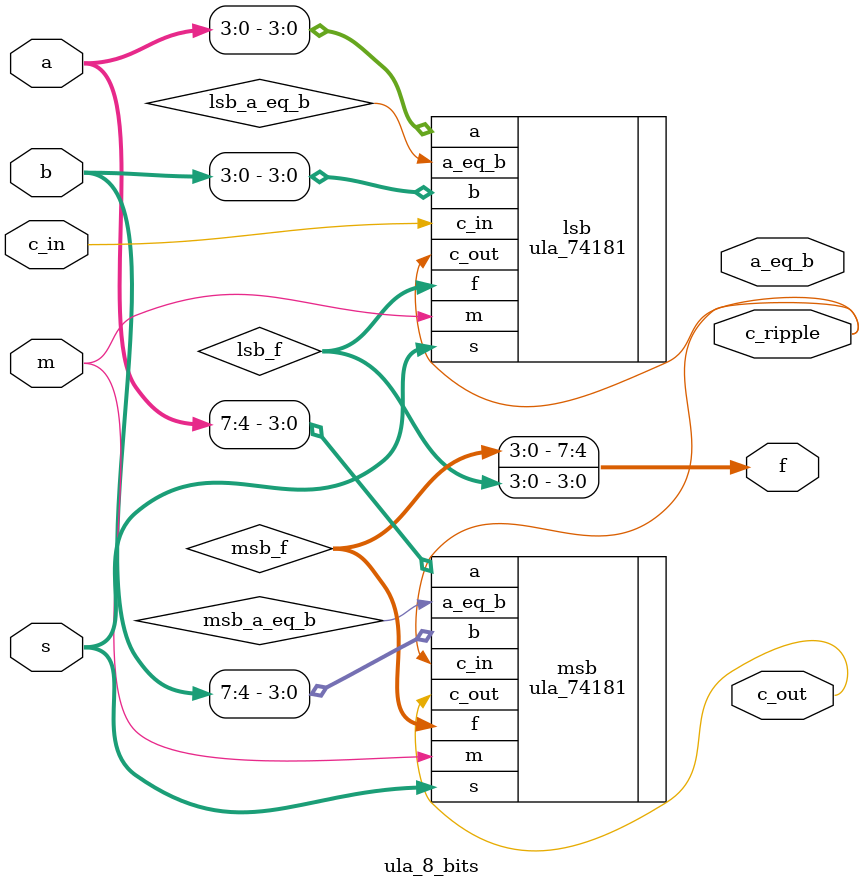
<source format=sv>
module ula_8_bits(
    input logic [7:0] b, a,
    input logic [3:0] s,
    input logic m,
    input logic c_in,

    output logic [7:0] f,
    output logic a_eq_b,
    output logic c_out,
    output logic c_ripple
);

logic [3:0] lsb_f, msb_f;     // Variável temporária para captar os resultados das duas ULAs de 4 bits instanciadas
logic lsb_a_eq_b, msb_a_eq_b; // Variável temporária para verificar se A é igual a B nas duas ULAs de 4 bits

assign f = {msb_f, lsb_f};

ula_74181 lsb ( // Instância para captar os 4 bits menos significativos
    .a(a[3:0]),
    .b(b[3:0]),
    .s(s),
    .m(m),
    .c_in(c_in),
    .f(lsb_f),
    .a_eq_b(lsb_a_eq_b),
    .c_out(c_ripple)
);

ula_74181 msb ( // Instância para captar os 4 bits mais significativos
    .a(a[7:4]),
    .b(b[7:4]),
    .s(s),
    .m(m),
    .c_in(c_ripple),
    .f(msb_f),
    .a_eq_b(msb_a_eq_b),
    .c_out(c_out)
);

endmodule
</source>
